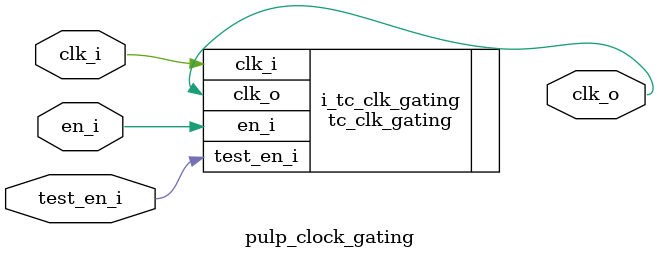
<source format=sv>
module pulp_clock_gating (
   input  logic clk_i,
   input  logic en_i,
   input  logic test_en_i,
   output logic clk_o
);

  tc_clk_gating i_tc_clk_gating (
     .clk_i,
     .en_i,
     .test_en_i,
     .clk_o
  );
endmodule
</source>
